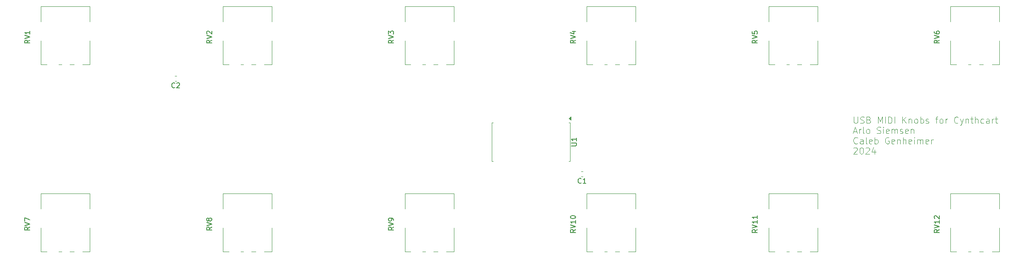
<source format=gbr>
%TF.GenerationSoftware,KiCad,Pcbnew,8.0.1*%
%TF.CreationDate,2024-06-25T20:54:33-05:00*%
%TF.ProjectId,nobs,6e6f6273-2e6b-4696-9361-645f70636258,rev?*%
%TF.SameCoordinates,Original*%
%TF.FileFunction,Legend,Top*%
%TF.FilePolarity,Positive*%
%FSLAX46Y46*%
G04 Gerber Fmt 4.6, Leading zero omitted, Abs format (unit mm)*
G04 Created by KiCad (PCBNEW 8.0.1) date 2024-06-25 20:54:33*
%MOMM*%
%LPD*%
G01*
G04 APERTURE LIST*
%ADD10C,0.101600*%
%ADD11C,0.150000*%
%ADD12C,0.120000*%
G04 APERTURE END LIST*
D10*
X218809222Y-53395405D02*
X218809222Y-54423500D01*
X218809222Y-54423500D02*
X218869699Y-54544452D01*
X218869699Y-54544452D02*
X218930175Y-54604929D01*
X218930175Y-54604929D02*
X219051127Y-54665405D01*
X219051127Y-54665405D02*
X219293032Y-54665405D01*
X219293032Y-54665405D02*
X219413984Y-54604929D01*
X219413984Y-54604929D02*
X219474461Y-54544452D01*
X219474461Y-54544452D02*
X219534937Y-54423500D01*
X219534937Y-54423500D02*
X219534937Y-53395405D01*
X220079222Y-54604929D02*
X220260651Y-54665405D01*
X220260651Y-54665405D02*
X220563032Y-54665405D01*
X220563032Y-54665405D02*
X220683984Y-54604929D01*
X220683984Y-54604929D02*
X220744460Y-54544452D01*
X220744460Y-54544452D02*
X220804937Y-54423500D01*
X220804937Y-54423500D02*
X220804937Y-54302548D01*
X220804937Y-54302548D02*
X220744460Y-54181595D01*
X220744460Y-54181595D02*
X220683984Y-54121119D01*
X220683984Y-54121119D02*
X220563032Y-54060643D01*
X220563032Y-54060643D02*
X220321127Y-54000167D01*
X220321127Y-54000167D02*
X220200175Y-53939690D01*
X220200175Y-53939690D02*
X220139698Y-53879214D01*
X220139698Y-53879214D02*
X220079222Y-53758262D01*
X220079222Y-53758262D02*
X220079222Y-53637309D01*
X220079222Y-53637309D02*
X220139698Y-53516357D01*
X220139698Y-53516357D02*
X220200175Y-53455881D01*
X220200175Y-53455881D02*
X220321127Y-53395405D01*
X220321127Y-53395405D02*
X220623508Y-53395405D01*
X220623508Y-53395405D02*
X220804937Y-53455881D01*
X221772556Y-54000167D02*
X221953984Y-54060643D01*
X221953984Y-54060643D02*
X222014461Y-54121119D01*
X222014461Y-54121119D02*
X222074937Y-54242071D01*
X222074937Y-54242071D02*
X222074937Y-54423500D01*
X222074937Y-54423500D02*
X222014461Y-54544452D01*
X222014461Y-54544452D02*
X221953984Y-54604929D01*
X221953984Y-54604929D02*
X221833032Y-54665405D01*
X221833032Y-54665405D02*
X221349222Y-54665405D01*
X221349222Y-54665405D02*
X221349222Y-53395405D01*
X221349222Y-53395405D02*
X221772556Y-53395405D01*
X221772556Y-53395405D02*
X221893508Y-53455881D01*
X221893508Y-53455881D02*
X221953984Y-53516357D01*
X221953984Y-53516357D02*
X222014461Y-53637309D01*
X222014461Y-53637309D02*
X222014461Y-53758262D01*
X222014461Y-53758262D02*
X221953984Y-53879214D01*
X221953984Y-53879214D02*
X221893508Y-53939690D01*
X221893508Y-53939690D02*
X221772556Y-54000167D01*
X221772556Y-54000167D02*
X221349222Y-54000167D01*
X223586841Y-54665405D02*
X223586841Y-53395405D01*
X223586841Y-53395405D02*
X224010175Y-54302548D01*
X224010175Y-54302548D02*
X224433508Y-53395405D01*
X224433508Y-53395405D02*
X224433508Y-54665405D01*
X225038270Y-54665405D02*
X225038270Y-53395405D01*
X225643032Y-54665405D02*
X225643032Y-53395405D01*
X225643032Y-53395405D02*
X225945413Y-53395405D01*
X225945413Y-53395405D02*
X226126842Y-53455881D01*
X226126842Y-53455881D02*
X226247794Y-53576833D01*
X226247794Y-53576833D02*
X226308271Y-53697786D01*
X226308271Y-53697786D02*
X226368747Y-53939690D01*
X226368747Y-53939690D02*
X226368747Y-54121119D01*
X226368747Y-54121119D02*
X226308271Y-54363024D01*
X226308271Y-54363024D02*
X226247794Y-54483976D01*
X226247794Y-54483976D02*
X226126842Y-54604929D01*
X226126842Y-54604929D02*
X225945413Y-54665405D01*
X225945413Y-54665405D02*
X225643032Y-54665405D01*
X226913032Y-54665405D02*
X226913032Y-53395405D01*
X228485413Y-54665405D02*
X228485413Y-53395405D01*
X229211128Y-54665405D02*
X228666842Y-53939690D01*
X229211128Y-53395405D02*
X228485413Y-54121119D01*
X229755413Y-53818738D02*
X229755413Y-54665405D01*
X229755413Y-53939690D02*
X229815890Y-53879214D01*
X229815890Y-53879214D02*
X229936842Y-53818738D01*
X229936842Y-53818738D02*
X230118271Y-53818738D01*
X230118271Y-53818738D02*
X230239223Y-53879214D01*
X230239223Y-53879214D02*
X230299699Y-54000167D01*
X230299699Y-54000167D02*
X230299699Y-54665405D01*
X231085890Y-54665405D02*
X230964938Y-54604929D01*
X230964938Y-54604929D02*
X230904461Y-54544452D01*
X230904461Y-54544452D02*
X230843985Y-54423500D01*
X230843985Y-54423500D02*
X230843985Y-54060643D01*
X230843985Y-54060643D02*
X230904461Y-53939690D01*
X230904461Y-53939690D02*
X230964938Y-53879214D01*
X230964938Y-53879214D02*
X231085890Y-53818738D01*
X231085890Y-53818738D02*
X231267319Y-53818738D01*
X231267319Y-53818738D02*
X231388271Y-53879214D01*
X231388271Y-53879214D02*
X231448747Y-53939690D01*
X231448747Y-53939690D02*
X231509223Y-54060643D01*
X231509223Y-54060643D02*
X231509223Y-54423500D01*
X231509223Y-54423500D02*
X231448747Y-54544452D01*
X231448747Y-54544452D02*
X231388271Y-54604929D01*
X231388271Y-54604929D02*
X231267319Y-54665405D01*
X231267319Y-54665405D02*
X231085890Y-54665405D01*
X232053509Y-54665405D02*
X232053509Y-53395405D01*
X232053509Y-53879214D02*
X232174462Y-53818738D01*
X232174462Y-53818738D02*
X232416367Y-53818738D01*
X232416367Y-53818738D02*
X232537319Y-53879214D01*
X232537319Y-53879214D02*
X232597795Y-53939690D01*
X232597795Y-53939690D02*
X232658271Y-54060643D01*
X232658271Y-54060643D02*
X232658271Y-54423500D01*
X232658271Y-54423500D02*
X232597795Y-54544452D01*
X232597795Y-54544452D02*
X232537319Y-54604929D01*
X232537319Y-54604929D02*
X232416367Y-54665405D01*
X232416367Y-54665405D02*
X232174462Y-54665405D01*
X232174462Y-54665405D02*
X232053509Y-54604929D01*
X233142081Y-54604929D02*
X233263034Y-54665405D01*
X233263034Y-54665405D02*
X233504938Y-54665405D01*
X233504938Y-54665405D02*
X233625891Y-54604929D01*
X233625891Y-54604929D02*
X233686367Y-54483976D01*
X233686367Y-54483976D02*
X233686367Y-54423500D01*
X233686367Y-54423500D02*
X233625891Y-54302548D01*
X233625891Y-54302548D02*
X233504938Y-54242071D01*
X233504938Y-54242071D02*
X233323510Y-54242071D01*
X233323510Y-54242071D02*
X233202557Y-54181595D01*
X233202557Y-54181595D02*
X233142081Y-54060643D01*
X233142081Y-54060643D02*
X233142081Y-54000167D01*
X233142081Y-54000167D02*
X233202557Y-53879214D01*
X233202557Y-53879214D02*
X233323510Y-53818738D01*
X233323510Y-53818738D02*
X233504938Y-53818738D01*
X233504938Y-53818738D02*
X233625891Y-53879214D01*
X235016843Y-53818738D02*
X235500652Y-53818738D01*
X235198271Y-54665405D02*
X235198271Y-53576833D01*
X235198271Y-53576833D02*
X235258748Y-53455881D01*
X235258748Y-53455881D02*
X235379700Y-53395405D01*
X235379700Y-53395405D02*
X235500652Y-53395405D01*
X236105414Y-54665405D02*
X235984462Y-54604929D01*
X235984462Y-54604929D02*
X235923985Y-54544452D01*
X235923985Y-54544452D02*
X235863509Y-54423500D01*
X235863509Y-54423500D02*
X235863509Y-54060643D01*
X235863509Y-54060643D02*
X235923985Y-53939690D01*
X235923985Y-53939690D02*
X235984462Y-53879214D01*
X235984462Y-53879214D02*
X236105414Y-53818738D01*
X236105414Y-53818738D02*
X236286843Y-53818738D01*
X236286843Y-53818738D02*
X236407795Y-53879214D01*
X236407795Y-53879214D02*
X236468271Y-53939690D01*
X236468271Y-53939690D02*
X236528747Y-54060643D01*
X236528747Y-54060643D02*
X236528747Y-54423500D01*
X236528747Y-54423500D02*
X236468271Y-54544452D01*
X236468271Y-54544452D02*
X236407795Y-54604929D01*
X236407795Y-54604929D02*
X236286843Y-54665405D01*
X236286843Y-54665405D02*
X236105414Y-54665405D01*
X237073033Y-54665405D02*
X237073033Y-53818738D01*
X237073033Y-54060643D02*
X237133510Y-53939690D01*
X237133510Y-53939690D02*
X237193986Y-53879214D01*
X237193986Y-53879214D02*
X237314938Y-53818738D01*
X237314938Y-53818738D02*
X237435891Y-53818738D01*
X239552557Y-54544452D02*
X239492081Y-54604929D01*
X239492081Y-54604929D02*
X239310652Y-54665405D01*
X239310652Y-54665405D02*
X239189700Y-54665405D01*
X239189700Y-54665405D02*
X239008271Y-54604929D01*
X239008271Y-54604929D02*
X238887319Y-54483976D01*
X238887319Y-54483976D02*
X238826842Y-54363024D01*
X238826842Y-54363024D02*
X238766366Y-54121119D01*
X238766366Y-54121119D02*
X238766366Y-53939690D01*
X238766366Y-53939690D02*
X238826842Y-53697786D01*
X238826842Y-53697786D02*
X238887319Y-53576833D01*
X238887319Y-53576833D02*
X239008271Y-53455881D01*
X239008271Y-53455881D02*
X239189700Y-53395405D01*
X239189700Y-53395405D02*
X239310652Y-53395405D01*
X239310652Y-53395405D02*
X239492081Y-53455881D01*
X239492081Y-53455881D02*
X239552557Y-53516357D01*
X239975890Y-53818738D02*
X240278271Y-54665405D01*
X240580652Y-53818738D02*
X240278271Y-54665405D01*
X240278271Y-54665405D02*
X240157319Y-54967786D01*
X240157319Y-54967786D02*
X240096842Y-55028262D01*
X240096842Y-55028262D02*
X239975890Y-55088738D01*
X241064461Y-53818738D02*
X241064461Y-54665405D01*
X241064461Y-53939690D02*
X241124938Y-53879214D01*
X241124938Y-53879214D02*
X241245890Y-53818738D01*
X241245890Y-53818738D02*
X241427319Y-53818738D01*
X241427319Y-53818738D02*
X241548271Y-53879214D01*
X241548271Y-53879214D02*
X241608747Y-54000167D01*
X241608747Y-54000167D02*
X241608747Y-54665405D01*
X242032081Y-53818738D02*
X242515890Y-53818738D01*
X242213509Y-53395405D02*
X242213509Y-54483976D01*
X242213509Y-54483976D02*
X242273986Y-54604929D01*
X242273986Y-54604929D02*
X242394938Y-54665405D01*
X242394938Y-54665405D02*
X242515890Y-54665405D01*
X242939223Y-54665405D02*
X242939223Y-53395405D01*
X243483509Y-54665405D02*
X243483509Y-54000167D01*
X243483509Y-54000167D02*
X243423033Y-53879214D01*
X243423033Y-53879214D02*
X243302081Y-53818738D01*
X243302081Y-53818738D02*
X243120652Y-53818738D01*
X243120652Y-53818738D02*
X242999700Y-53879214D01*
X242999700Y-53879214D02*
X242939223Y-53939690D01*
X244632557Y-54604929D02*
X244511605Y-54665405D01*
X244511605Y-54665405D02*
X244269700Y-54665405D01*
X244269700Y-54665405D02*
X244148748Y-54604929D01*
X244148748Y-54604929D02*
X244088271Y-54544452D01*
X244088271Y-54544452D02*
X244027795Y-54423500D01*
X244027795Y-54423500D02*
X244027795Y-54060643D01*
X244027795Y-54060643D02*
X244088271Y-53939690D01*
X244088271Y-53939690D02*
X244148748Y-53879214D01*
X244148748Y-53879214D02*
X244269700Y-53818738D01*
X244269700Y-53818738D02*
X244511605Y-53818738D01*
X244511605Y-53818738D02*
X244632557Y-53879214D01*
X245721128Y-54665405D02*
X245721128Y-54000167D01*
X245721128Y-54000167D02*
X245660652Y-53879214D01*
X245660652Y-53879214D02*
X245539700Y-53818738D01*
X245539700Y-53818738D02*
X245297795Y-53818738D01*
X245297795Y-53818738D02*
X245176842Y-53879214D01*
X245721128Y-54604929D02*
X245600176Y-54665405D01*
X245600176Y-54665405D02*
X245297795Y-54665405D01*
X245297795Y-54665405D02*
X245176842Y-54604929D01*
X245176842Y-54604929D02*
X245116366Y-54483976D01*
X245116366Y-54483976D02*
X245116366Y-54363024D01*
X245116366Y-54363024D02*
X245176842Y-54242071D01*
X245176842Y-54242071D02*
X245297795Y-54181595D01*
X245297795Y-54181595D02*
X245600176Y-54181595D01*
X245600176Y-54181595D02*
X245721128Y-54121119D01*
X246325890Y-54665405D02*
X246325890Y-53818738D01*
X246325890Y-54060643D02*
X246386367Y-53939690D01*
X246386367Y-53939690D02*
X246446843Y-53879214D01*
X246446843Y-53879214D02*
X246567795Y-53818738D01*
X246567795Y-53818738D02*
X246688748Y-53818738D01*
X246930652Y-53818738D02*
X247414461Y-53818738D01*
X247112080Y-53395405D02*
X247112080Y-54483976D01*
X247112080Y-54483976D02*
X247172557Y-54604929D01*
X247172557Y-54604929D02*
X247293509Y-54665405D01*
X247293509Y-54665405D02*
X247414461Y-54665405D01*
X218748746Y-56347177D02*
X219353508Y-56347177D01*
X218627794Y-56710034D02*
X219051127Y-55440034D01*
X219051127Y-55440034D02*
X219474461Y-56710034D01*
X219897793Y-56710034D02*
X219897793Y-55863367D01*
X219897793Y-56105272D02*
X219958270Y-55984319D01*
X219958270Y-55984319D02*
X220018746Y-55923843D01*
X220018746Y-55923843D02*
X220139698Y-55863367D01*
X220139698Y-55863367D02*
X220260651Y-55863367D01*
X220865412Y-56710034D02*
X220744460Y-56649558D01*
X220744460Y-56649558D02*
X220683983Y-56528605D01*
X220683983Y-56528605D02*
X220683983Y-55440034D01*
X221530650Y-56710034D02*
X221409698Y-56649558D01*
X221409698Y-56649558D02*
X221349221Y-56589081D01*
X221349221Y-56589081D02*
X221288745Y-56468129D01*
X221288745Y-56468129D02*
X221288745Y-56105272D01*
X221288745Y-56105272D02*
X221349221Y-55984319D01*
X221349221Y-55984319D02*
X221409698Y-55923843D01*
X221409698Y-55923843D02*
X221530650Y-55863367D01*
X221530650Y-55863367D02*
X221712079Y-55863367D01*
X221712079Y-55863367D02*
X221833031Y-55923843D01*
X221833031Y-55923843D02*
X221893507Y-55984319D01*
X221893507Y-55984319D02*
X221953983Y-56105272D01*
X221953983Y-56105272D02*
X221953983Y-56468129D01*
X221953983Y-56468129D02*
X221893507Y-56589081D01*
X221893507Y-56589081D02*
X221833031Y-56649558D01*
X221833031Y-56649558D02*
X221712079Y-56710034D01*
X221712079Y-56710034D02*
X221530650Y-56710034D01*
X223405412Y-56649558D02*
X223586841Y-56710034D01*
X223586841Y-56710034D02*
X223889222Y-56710034D01*
X223889222Y-56710034D02*
X224010174Y-56649558D01*
X224010174Y-56649558D02*
X224070650Y-56589081D01*
X224070650Y-56589081D02*
X224131127Y-56468129D01*
X224131127Y-56468129D02*
X224131127Y-56347177D01*
X224131127Y-56347177D02*
X224070650Y-56226224D01*
X224070650Y-56226224D02*
X224010174Y-56165748D01*
X224010174Y-56165748D02*
X223889222Y-56105272D01*
X223889222Y-56105272D02*
X223647317Y-56044796D01*
X223647317Y-56044796D02*
X223526365Y-55984319D01*
X223526365Y-55984319D02*
X223465888Y-55923843D01*
X223465888Y-55923843D02*
X223405412Y-55802891D01*
X223405412Y-55802891D02*
X223405412Y-55681938D01*
X223405412Y-55681938D02*
X223465888Y-55560986D01*
X223465888Y-55560986D02*
X223526365Y-55500510D01*
X223526365Y-55500510D02*
X223647317Y-55440034D01*
X223647317Y-55440034D02*
X223949698Y-55440034D01*
X223949698Y-55440034D02*
X224131127Y-55500510D01*
X224675412Y-56710034D02*
X224675412Y-55863367D01*
X224675412Y-55440034D02*
X224614936Y-55500510D01*
X224614936Y-55500510D02*
X224675412Y-55560986D01*
X224675412Y-55560986D02*
X224735889Y-55500510D01*
X224735889Y-55500510D02*
X224675412Y-55440034D01*
X224675412Y-55440034D02*
X224675412Y-55560986D01*
X225763984Y-56649558D02*
X225643032Y-56710034D01*
X225643032Y-56710034D02*
X225401127Y-56710034D01*
X225401127Y-56710034D02*
X225280174Y-56649558D01*
X225280174Y-56649558D02*
X225219698Y-56528605D01*
X225219698Y-56528605D02*
X225219698Y-56044796D01*
X225219698Y-56044796D02*
X225280174Y-55923843D01*
X225280174Y-55923843D02*
X225401127Y-55863367D01*
X225401127Y-55863367D02*
X225643032Y-55863367D01*
X225643032Y-55863367D02*
X225763984Y-55923843D01*
X225763984Y-55923843D02*
X225824460Y-56044796D01*
X225824460Y-56044796D02*
X225824460Y-56165748D01*
X225824460Y-56165748D02*
X225219698Y-56286700D01*
X226368745Y-56710034D02*
X226368745Y-55863367D01*
X226368745Y-55984319D02*
X226429222Y-55923843D01*
X226429222Y-55923843D02*
X226550174Y-55863367D01*
X226550174Y-55863367D02*
X226731603Y-55863367D01*
X226731603Y-55863367D02*
X226852555Y-55923843D01*
X226852555Y-55923843D02*
X226913031Y-56044796D01*
X226913031Y-56044796D02*
X226913031Y-56710034D01*
X226913031Y-56044796D02*
X226973507Y-55923843D01*
X226973507Y-55923843D02*
X227094460Y-55863367D01*
X227094460Y-55863367D02*
X227275888Y-55863367D01*
X227275888Y-55863367D02*
X227396841Y-55923843D01*
X227396841Y-55923843D02*
X227457317Y-56044796D01*
X227457317Y-56044796D02*
X227457317Y-56710034D01*
X228001602Y-56649558D02*
X228122555Y-56710034D01*
X228122555Y-56710034D02*
X228364459Y-56710034D01*
X228364459Y-56710034D02*
X228485412Y-56649558D01*
X228485412Y-56649558D02*
X228545888Y-56528605D01*
X228545888Y-56528605D02*
X228545888Y-56468129D01*
X228545888Y-56468129D02*
X228485412Y-56347177D01*
X228485412Y-56347177D02*
X228364459Y-56286700D01*
X228364459Y-56286700D02*
X228183031Y-56286700D01*
X228183031Y-56286700D02*
X228062078Y-56226224D01*
X228062078Y-56226224D02*
X228001602Y-56105272D01*
X228001602Y-56105272D02*
X228001602Y-56044796D01*
X228001602Y-56044796D02*
X228062078Y-55923843D01*
X228062078Y-55923843D02*
X228183031Y-55863367D01*
X228183031Y-55863367D02*
X228364459Y-55863367D01*
X228364459Y-55863367D02*
X228485412Y-55923843D01*
X229573983Y-56649558D02*
X229453031Y-56710034D01*
X229453031Y-56710034D02*
X229211126Y-56710034D01*
X229211126Y-56710034D02*
X229090173Y-56649558D01*
X229090173Y-56649558D02*
X229029697Y-56528605D01*
X229029697Y-56528605D02*
X229029697Y-56044796D01*
X229029697Y-56044796D02*
X229090173Y-55923843D01*
X229090173Y-55923843D02*
X229211126Y-55863367D01*
X229211126Y-55863367D02*
X229453031Y-55863367D01*
X229453031Y-55863367D02*
X229573983Y-55923843D01*
X229573983Y-55923843D02*
X229634459Y-56044796D01*
X229634459Y-56044796D02*
X229634459Y-56165748D01*
X229634459Y-56165748D02*
X229029697Y-56286700D01*
X230178744Y-55863367D02*
X230178744Y-56710034D01*
X230178744Y-55984319D02*
X230239221Y-55923843D01*
X230239221Y-55923843D02*
X230360173Y-55863367D01*
X230360173Y-55863367D02*
X230541602Y-55863367D01*
X230541602Y-55863367D02*
X230662554Y-55923843D01*
X230662554Y-55923843D02*
X230723030Y-56044796D01*
X230723030Y-56044796D02*
X230723030Y-56710034D01*
X219534937Y-58633710D02*
X219474461Y-58694187D01*
X219474461Y-58694187D02*
X219293032Y-58754663D01*
X219293032Y-58754663D02*
X219172080Y-58754663D01*
X219172080Y-58754663D02*
X218990651Y-58694187D01*
X218990651Y-58694187D02*
X218869699Y-58573234D01*
X218869699Y-58573234D02*
X218809222Y-58452282D01*
X218809222Y-58452282D02*
X218748746Y-58210377D01*
X218748746Y-58210377D02*
X218748746Y-58028948D01*
X218748746Y-58028948D02*
X218809222Y-57787044D01*
X218809222Y-57787044D02*
X218869699Y-57666091D01*
X218869699Y-57666091D02*
X218990651Y-57545139D01*
X218990651Y-57545139D02*
X219172080Y-57484663D01*
X219172080Y-57484663D02*
X219293032Y-57484663D01*
X219293032Y-57484663D02*
X219474461Y-57545139D01*
X219474461Y-57545139D02*
X219534937Y-57605615D01*
X220623508Y-58754663D02*
X220623508Y-58089425D01*
X220623508Y-58089425D02*
X220563032Y-57968472D01*
X220563032Y-57968472D02*
X220442080Y-57907996D01*
X220442080Y-57907996D02*
X220200175Y-57907996D01*
X220200175Y-57907996D02*
X220079222Y-57968472D01*
X220623508Y-58694187D02*
X220502556Y-58754663D01*
X220502556Y-58754663D02*
X220200175Y-58754663D01*
X220200175Y-58754663D02*
X220079222Y-58694187D01*
X220079222Y-58694187D02*
X220018746Y-58573234D01*
X220018746Y-58573234D02*
X220018746Y-58452282D01*
X220018746Y-58452282D02*
X220079222Y-58331329D01*
X220079222Y-58331329D02*
X220200175Y-58270853D01*
X220200175Y-58270853D02*
X220502556Y-58270853D01*
X220502556Y-58270853D02*
X220623508Y-58210377D01*
X221409699Y-58754663D02*
X221288747Y-58694187D01*
X221288747Y-58694187D02*
X221228270Y-58573234D01*
X221228270Y-58573234D02*
X221228270Y-57484663D01*
X222377318Y-58694187D02*
X222256366Y-58754663D01*
X222256366Y-58754663D02*
X222014461Y-58754663D01*
X222014461Y-58754663D02*
X221893508Y-58694187D01*
X221893508Y-58694187D02*
X221833032Y-58573234D01*
X221833032Y-58573234D02*
X221833032Y-58089425D01*
X221833032Y-58089425D02*
X221893508Y-57968472D01*
X221893508Y-57968472D02*
X222014461Y-57907996D01*
X222014461Y-57907996D02*
X222256366Y-57907996D01*
X222256366Y-57907996D02*
X222377318Y-57968472D01*
X222377318Y-57968472D02*
X222437794Y-58089425D01*
X222437794Y-58089425D02*
X222437794Y-58210377D01*
X222437794Y-58210377D02*
X221833032Y-58331329D01*
X222982079Y-58754663D02*
X222982079Y-57484663D01*
X222982079Y-57968472D02*
X223103032Y-57907996D01*
X223103032Y-57907996D02*
X223344937Y-57907996D01*
X223344937Y-57907996D02*
X223465889Y-57968472D01*
X223465889Y-57968472D02*
X223526365Y-58028948D01*
X223526365Y-58028948D02*
X223586841Y-58149901D01*
X223586841Y-58149901D02*
X223586841Y-58512758D01*
X223586841Y-58512758D02*
X223526365Y-58633710D01*
X223526365Y-58633710D02*
X223465889Y-58694187D01*
X223465889Y-58694187D02*
X223344937Y-58754663D01*
X223344937Y-58754663D02*
X223103032Y-58754663D01*
X223103032Y-58754663D02*
X222982079Y-58694187D01*
X225763985Y-57545139D02*
X225643032Y-57484663D01*
X225643032Y-57484663D02*
X225461604Y-57484663D01*
X225461604Y-57484663D02*
X225280175Y-57545139D01*
X225280175Y-57545139D02*
X225159223Y-57666091D01*
X225159223Y-57666091D02*
X225098746Y-57787044D01*
X225098746Y-57787044D02*
X225038270Y-58028948D01*
X225038270Y-58028948D02*
X225038270Y-58210377D01*
X225038270Y-58210377D02*
X225098746Y-58452282D01*
X225098746Y-58452282D02*
X225159223Y-58573234D01*
X225159223Y-58573234D02*
X225280175Y-58694187D01*
X225280175Y-58694187D02*
X225461604Y-58754663D01*
X225461604Y-58754663D02*
X225582556Y-58754663D01*
X225582556Y-58754663D02*
X225763985Y-58694187D01*
X225763985Y-58694187D02*
X225824461Y-58633710D01*
X225824461Y-58633710D02*
X225824461Y-58210377D01*
X225824461Y-58210377D02*
X225582556Y-58210377D01*
X226852556Y-58694187D02*
X226731604Y-58754663D01*
X226731604Y-58754663D02*
X226489699Y-58754663D01*
X226489699Y-58754663D02*
X226368746Y-58694187D01*
X226368746Y-58694187D02*
X226308270Y-58573234D01*
X226308270Y-58573234D02*
X226308270Y-58089425D01*
X226308270Y-58089425D02*
X226368746Y-57968472D01*
X226368746Y-57968472D02*
X226489699Y-57907996D01*
X226489699Y-57907996D02*
X226731604Y-57907996D01*
X226731604Y-57907996D02*
X226852556Y-57968472D01*
X226852556Y-57968472D02*
X226913032Y-58089425D01*
X226913032Y-58089425D02*
X226913032Y-58210377D01*
X226913032Y-58210377D02*
X226308270Y-58331329D01*
X227457317Y-57907996D02*
X227457317Y-58754663D01*
X227457317Y-58028948D02*
X227517794Y-57968472D01*
X227517794Y-57968472D02*
X227638746Y-57907996D01*
X227638746Y-57907996D02*
X227820175Y-57907996D01*
X227820175Y-57907996D02*
X227941127Y-57968472D01*
X227941127Y-57968472D02*
X228001603Y-58089425D01*
X228001603Y-58089425D02*
X228001603Y-58754663D01*
X228606365Y-58754663D02*
X228606365Y-57484663D01*
X229150651Y-58754663D02*
X229150651Y-58089425D01*
X229150651Y-58089425D02*
X229090175Y-57968472D01*
X229090175Y-57968472D02*
X228969223Y-57907996D01*
X228969223Y-57907996D02*
X228787794Y-57907996D01*
X228787794Y-57907996D02*
X228666842Y-57968472D01*
X228666842Y-57968472D02*
X228606365Y-58028948D01*
X230239223Y-58694187D02*
X230118271Y-58754663D01*
X230118271Y-58754663D02*
X229876366Y-58754663D01*
X229876366Y-58754663D02*
X229755413Y-58694187D01*
X229755413Y-58694187D02*
X229694937Y-58573234D01*
X229694937Y-58573234D02*
X229694937Y-58089425D01*
X229694937Y-58089425D02*
X229755413Y-57968472D01*
X229755413Y-57968472D02*
X229876366Y-57907996D01*
X229876366Y-57907996D02*
X230118271Y-57907996D01*
X230118271Y-57907996D02*
X230239223Y-57968472D01*
X230239223Y-57968472D02*
X230299699Y-58089425D01*
X230299699Y-58089425D02*
X230299699Y-58210377D01*
X230299699Y-58210377D02*
X229694937Y-58331329D01*
X230843984Y-58754663D02*
X230843984Y-57907996D01*
X230843984Y-57484663D02*
X230783508Y-57545139D01*
X230783508Y-57545139D02*
X230843984Y-57605615D01*
X230843984Y-57605615D02*
X230904461Y-57545139D01*
X230904461Y-57545139D02*
X230843984Y-57484663D01*
X230843984Y-57484663D02*
X230843984Y-57605615D01*
X231448746Y-58754663D02*
X231448746Y-57907996D01*
X231448746Y-58028948D02*
X231509223Y-57968472D01*
X231509223Y-57968472D02*
X231630175Y-57907996D01*
X231630175Y-57907996D02*
X231811604Y-57907996D01*
X231811604Y-57907996D02*
X231932556Y-57968472D01*
X231932556Y-57968472D02*
X231993032Y-58089425D01*
X231993032Y-58089425D02*
X231993032Y-58754663D01*
X231993032Y-58089425D02*
X232053508Y-57968472D01*
X232053508Y-57968472D02*
X232174461Y-57907996D01*
X232174461Y-57907996D02*
X232355889Y-57907996D01*
X232355889Y-57907996D02*
X232476842Y-57968472D01*
X232476842Y-57968472D02*
X232537318Y-58089425D01*
X232537318Y-58089425D02*
X232537318Y-58754663D01*
X233625889Y-58694187D02*
X233504937Y-58754663D01*
X233504937Y-58754663D02*
X233263032Y-58754663D01*
X233263032Y-58754663D02*
X233142079Y-58694187D01*
X233142079Y-58694187D02*
X233081603Y-58573234D01*
X233081603Y-58573234D02*
X233081603Y-58089425D01*
X233081603Y-58089425D02*
X233142079Y-57968472D01*
X233142079Y-57968472D02*
X233263032Y-57907996D01*
X233263032Y-57907996D02*
X233504937Y-57907996D01*
X233504937Y-57907996D02*
X233625889Y-57968472D01*
X233625889Y-57968472D02*
X233686365Y-58089425D01*
X233686365Y-58089425D02*
X233686365Y-58210377D01*
X233686365Y-58210377D02*
X233081603Y-58331329D01*
X234230650Y-58754663D02*
X234230650Y-57907996D01*
X234230650Y-58149901D02*
X234291127Y-58028948D01*
X234291127Y-58028948D02*
X234351603Y-57968472D01*
X234351603Y-57968472D02*
X234472555Y-57907996D01*
X234472555Y-57907996D02*
X234593508Y-57907996D01*
X218748746Y-59650244D02*
X218809222Y-59589768D01*
X218809222Y-59589768D02*
X218930175Y-59529292D01*
X218930175Y-59529292D02*
X219232556Y-59529292D01*
X219232556Y-59529292D02*
X219353508Y-59589768D01*
X219353508Y-59589768D02*
X219413984Y-59650244D01*
X219413984Y-59650244D02*
X219474461Y-59771196D01*
X219474461Y-59771196D02*
X219474461Y-59892149D01*
X219474461Y-59892149D02*
X219413984Y-60073577D01*
X219413984Y-60073577D02*
X218688270Y-60799292D01*
X218688270Y-60799292D02*
X219474461Y-60799292D01*
X220260651Y-59529292D02*
X220381604Y-59529292D01*
X220381604Y-59529292D02*
X220502556Y-59589768D01*
X220502556Y-59589768D02*
X220563032Y-59650244D01*
X220563032Y-59650244D02*
X220623508Y-59771196D01*
X220623508Y-59771196D02*
X220683985Y-60013101D01*
X220683985Y-60013101D02*
X220683985Y-60315482D01*
X220683985Y-60315482D02*
X220623508Y-60557387D01*
X220623508Y-60557387D02*
X220563032Y-60678339D01*
X220563032Y-60678339D02*
X220502556Y-60738816D01*
X220502556Y-60738816D02*
X220381604Y-60799292D01*
X220381604Y-60799292D02*
X220260651Y-60799292D01*
X220260651Y-60799292D02*
X220139699Y-60738816D01*
X220139699Y-60738816D02*
X220079223Y-60678339D01*
X220079223Y-60678339D02*
X220018746Y-60557387D01*
X220018746Y-60557387D02*
X219958270Y-60315482D01*
X219958270Y-60315482D02*
X219958270Y-60013101D01*
X219958270Y-60013101D02*
X220018746Y-59771196D01*
X220018746Y-59771196D02*
X220079223Y-59650244D01*
X220079223Y-59650244D02*
X220139699Y-59589768D01*
X220139699Y-59589768D02*
X220260651Y-59529292D01*
X221167794Y-59650244D02*
X221228270Y-59589768D01*
X221228270Y-59589768D02*
X221349223Y-59529292D01*
X221349223Y-59529292D02*
X221651604Y-59529292D01*
X221651604Y-59529292D02*
X221772556Y-59589768D01*
X221772556Y-59589768D02*
X221833032Y-59650244D01*
X221833032Y-59650244D02*
X221893509Y-59771196D01*
X221893509Y-59771196D02*
X221893509Y-59892149D01*
X221893509Y-59892149D02*
X221833032Y-60073577D01*
X221833032Y-60073577D02*
X221107318Y-60799292D01*
X221107318Y-60799292D02*
X221893509Y-60799292D01*
X222982080Y-59952625D02*
X222982080Y-60799292D01*
X222679699Y-59468816D02*
X222377318Y-60375958D01*
X222377318Y-60375958D02*
X223163509Y-60375958D01*
D11*
X162614819Y-59181904D02*
X163424342Y-59181904D01*
X163424342Y-59181904D02*
X163519580Y-59134285D01*
X163519580Y-59134285D02*
X163567200Y-59086666D01*
X163567200Y-59086666D02*
X163614819Y-58991428D01*
X163614819Y-58991428D02*
X163614819Y-58800952D01*
X163614819Y-58800952D02*
X163567200Y-58705714D01*
X163567200Y-58705714D02*
X163519580Y-58658095D01*
X163519580Y-58658095D02*
X163424342Y-58610476D01*
X163424342Y-58610476D02*
X162614819Y-58610476D01*
X163614819Y-57610476D02*
X163614819Y-58181904D01*
X163614819Y-57896190D02*
X162614819Y-57896190D01*
X162614819Y-57896190D02*
X162757676Y-57991428D01*
X162757676Y-57991428D02*
X162852914Y-58086666D01*
X162852914Y-58086666D02*
X162900533Y-58181904D01*
X235794819Y-75881428D02*
X235318628Y-76214761D01*
X235794819Y-76452856D02*
X234794819Y-76452856D01*
X234794819Y-76452856D02*
X234794819Y-76071904D01*
X234794819Y-76071904D02*
X234842438Y-75976666D01*
X234842438Y-75976666D02*
X234890057Y-75929047D01*
X234890057Y-75929047D02*
X234985295Y-75881428D01*
X234985295Y-75881428D02*
X235128152Y-75881428D01*
X235128152Y-75881428D02*
X235223390Y-75929047D01*
X235223390Y-75929047D02*
X235271009Y-75976666D01*
X235271009Y-75976666D02*
X235318628Y-76071904D01*
X235318628Y-76071904D02*
X235318628Y-76452856D01*
X234794819Y-75595713D02*
X235794819Y-75262380D01*
X235794819Y-75262380D02*
X234794819Y-74929047D01*
X235794819Y-74071904D02*
X235794819Y-74643332D01*
X235794819Y-74357618D02*
X234794819Y-74357618D01*
X234794819Y-74357618D02*
X234937676Y-74452856D01*
X234937676Y-74452856D02*
X235032914Y-74548094D01*
X235032914Y-74548094D02*
X235080533Y-74643332D01*
X234890057Y-73690951D02*
X234842438Y-73643332D01*
X234842438Y-73643332D02*
X234794819Y-73548094D01*
X234794819Y-73548094D02*
X234794819Y-73309999D01*
X234794819Y-73309999D02*
X234842438Y-73214761D01*
X234842438Y-73214761D02*
X234890057Y-73167142D01*
X234890057Y-73167142D02*
X234985295Y-73119523D01*
X234985295Y-73119523D02*
X235080533Y-73119523D01*
X235080533Y-73119523D02*
X235223390Y-73167142D01*
X235223390Y-73167142D02*
X235794819Y-73738570D01*
X235794819Y-73738570D02*
X235794819Y-73119523D01*
X199594819Y-75881428D02*
X199118628Y-76214761D01*
X199594819Y-76452856D02*
X198594819Y-76452856D01*
X198594819Y-76452856D02*
X198594819Y-76071904D01*
X198594819Y-76071904D02*
X198642438Y-75976666D01*
X198642438Y-75976666D02*
X198690057Y-75929047D01*
X198690057Y-75929047D02*
X198785295Y-75881428D01*
X198785295Y-75881428D02*
X198928152Y-75881428D01*
X198928152Y-75881428D02*
X199023390Y-75929047D01*
X199023390Y-75929047D02*
X199071009Y-75976666D01*
X199071009Y-75976666D02*
X199118628Y-76071904D01*
X199118628Y-76071904D02*
X199118628Y-76452856D01*
X198594819Y-75595713D02*
X199594819Y-75262380D01*
X199594819Y-75262380D02*
X198594819Y-74929047D01*
X199594819Y-74071904D02*
X199594819Y-74643332D01*
X199594819Y-74357618D02*
X198594819Y-74357618D01*
X198594819Y-74357618D02*
X198737676Y-74452856D01*
X198737676Y-74452856D02*
X198832914Y-74548094D01*
X198832914Y-74548094D02*
X198880533Y-74643332D01*
X199594819Y-73119523D02*
X199594819Y-73690951D01*
X199594819Y-73405237D02*
X198594819Y-73405237D01*
X198594819Y-73405237D02*
X198737676Y-73500475D01*
X198737676Y-73500475D02*
X198832914Y-73595713D01*
X198832914Y-73595713D02*
X198880533Y-73690951D01*
X163394819Y-75881428D02*
X162918628Y-76214761D01*
X163394819Y-76452856D02*
X162394819Y-76452856D01*
X162394819Y-76452856D02*
X162394819Y-76071904D01*
X162394819Y-76071904D02*
X162442438Y-75976666D01*
X162442438Y-75976666D02*
X162490057Y-75929047D01*
X162490057Y-75929047D02*
X162585295Y-75881428D01*
X162585295Y-75881428D02*
X162728152Y-75881428D01*
X162728152Y-75881428D02*
X162823390Y-75929047D01*
X162823390Y-75929047D02*
X162871009Y-75976666D01*
X162871009Y-75976666D02*
X162918628Y-76071904D01*
X162918628Y-76071904D02*
X162918628Y-76452856D01*
X162394819Y-75595713D02*
X163394819Y-75262380D01*
X163394819Y-75262380D02*
X162394819Y-74929047D01*
X163394819Y-74071904D02*
X163394819Y-74643332D01*
X163394819Y-74357618D02*
X162394819Y-74357618D01*
X162394819Y-74357618D02*
X162537676Y-74452856D01*
X162537676Y-74452856D02*
X162632914Y-74548094D01*
X162632914Y-74548094D02*
X162680533Y-74643332D01*
X162394819Y-73452856D02*
X162394819Y-73357618D01*
X162394819Y-73357618D02*
X162442438Y-73262380D01*
X162442438Y-73262380D02*
X162490057Y-73214761D01*
X162490057Y-73214761D02*
X162585295Y-73167142D01*
X162585295Y-73167142D02*
X162775771Y-73119523D01*
X162775771Y-73119523D02*
X163013866Y-73119523D01*
X163013866Y-73119523D02*
X163204342Y-73167142D01*
X163204342Y-73167142D02*
X163299580Y-73214761D01*
X163299580Y-73214761D02*
X163347200Y-73262380D01*
X163347200Y-73262380D02*
X163394819Y-73357618D01*
X163394819Y-73357618D02*
X163394819Y-73452856D01*
X163394819Y-73452856D02*
X163347200Y-73548094D01*
X163347200Y-73548094D02*
X163299580Y-73595713D01*
X163299580Y-73595713D02*
X163204342Y-73643332D01*
X163204342Y-73643332D02*
X163013866Y-73690951D01*
X163013866Y-73690951D02*
X162775771Y-73690951D01*
X162775771Y-73690951D02*
X162585295Y-73643332D01*
X162585295Y-73643332D02*
X162490057Y-73595713D01*
X162490057Y-73595713D02*
X162442438Y-73548094D01*
X162442438Y-73548094D02*
X162394819Y-73452856D01*
X127194819Y-75405238D02*
X126718628Y-75738571D01*
X127194819Y-75976666D02*
X126194819Y-75976666D01*
X126194819Y-75976666D02*
X126194819Y-75595714D01*
X126194819Y-75595714D02*
X126242438Y-75500476D01*
X126242438Y-75500476D02*
X126290057Y-75452857D01*
X126290057Y-75452857D02*
X126385295Y-75405238D01*
X126385295Y-75405238D02*
X126528152Y-75405238D01*
X126528152Y-75405238D02*
X126623390Y-75452857D01*
X126623390Y-75452857D02*
X126671009Y-75500476D01*
X126671009Y-75500476D02*
X126718628Y-75595714D01*
X126718628Y-75595714D02*
X126718628Y-75976666D01*
X126194819Y-75119523D02*
X127194819Y-74786190D01*
X127194819Y-74786190D02*
X126194819Y-74452857D01*
X127194819Y-74071904D02*
X127194819Y-73881428D01*
X127194819Y-73881428D02*
X127147200Y-73786190D01*
X127147200Y-73786190D02*
X127099580Y-73738571D01*
X127099580Y-73738571D02*
X126956723Y-73643333D01*
X126956723Y-73643333D02*
X126766247Y-73595714D01*
X126766247Y-73595714D02*
X126385295Y-73595714D01*
X126385295Y-73595714D02*
X126290057Y-73643333D01*
X126290057Y-73643333D02*
X126242438Y-73690952D01*
X126242438Y-73690952D02*
X126194819Y-73786190D01*
X126194819Y-73786190D02*
X126194819Y-73976666D01*
X126194819Y-73976666D02*
X126242438Y-74071904D01*
X126242438Y-74071904D02*
X126290057Y-74119523D01*
X126290057Y-74119523D02*
X126385295Y-74167142D01*
X126385295Y-74167142D02*
X126623390Y-74167142D01*
X126623390Y-74167142D02*
X126718628Y-74119523D01*
X126718628Y-74119523D02*
X126766247Y-74071904D01*
X126766247Y-74071904D02*
X126813866Y-73976666D01*
X126813866Y-73976666D02*
X126813866Y-73786190D01*
X126813866Y-73786190D02*
X126766247Y-73690952D01*
X126766247Y-73690952D02*
X126718628Y-73643333D01*
X126718628Y-73643333D02*
X126623390Y-73595714D01*
X90994819Y-75405238D02*
X90518628Y-75738571D01*
X90994819Y-75976666D02*
X89994819Y-75976666D01*
X89994819Y-75976666D02*
X89994819Y-75595714D01*
X89994819Y-75595714D02*
X90042438Y-75500476D01*
X90042438Y-75500476D02*
X90090057Y-75452857D01*
X90090057Y-75452857D02*
X90185295Y-75405238D01*
X90185295Y-75405238D02*
X90328152Y-75405238D01*
X90328152Y-75405238D02*
X90423390Y-75452857D01*
X90423390Y-75452857D02*
X90471009Y-75500476D01*
X90471009Y-75500476D02*
X90518628Y-75595714D01*
X90518628Y-75595714D02*
X90518628Y-75976666D01*
X89994819Y-75119523D02*
X90994819Y-74786190D01*
X90994819Y-74786190D02*
X89994819Y-74452857D01*
X90423390Y-73976666D02*
X90375771Y-74071904D01*
X90375771Y-74071904D02*
X90328152Y-74119523D01*
X90328152Y-74119523D02*
X90232914Y-74167142D01*
X90232914Y-74167142D02*
X90185295Y-74167142D01*
X90185295Y-74167142D02*
X90090057Y-74119523D01*
X90090057Y-74119523D02*
X90042438Y-74071904D01*
X90042438Y-74071904D02*
X89994819Y-73976666D01*
X89994819Y-73976666D02*
X89994819Y-73786190D01*
X89994819Y-73786190D02*
X90042438Y-73690952D01*
X90042438Y-73690952D02*
X90090057Y-73643333D01*
X90090057Y-73643333D02*
X90185295Y-73595714D01*
X90185295Y-73595714D02*
X90232914Y-73595714D01*
X90232914Y-73595714D02*
X90328152Y-73643333D01*
X90328152Y-73643333D02*
X90375771Y-73690952D01*
X90375771Y-73690952D02*
X90423390Y-73786190D01*
X90423390Y-73786190D02*
X90423390Y-73976666D01*
X90423390Y-73976666D02*
X90471009Y-74071904D01*
X90471009Y-74071904D02*
X90518628Y-74119523D01*
X90518628Y-74119523D02*
X90613866Y-74167142D01*
X90613866Y-74167142D02*
X90804342Y-74167142D01*
X90804342Y-74167142D02*
X90899580Y-74119523D01*
X90899580Y-74119523D02*
X90947200Y-74071904D01*
X90947200Y-74071904D02*
X90994819Y-73976666D01*
X90994819Y-73976666D02*
X90994819Y-73786190D01*
X90994819Y-73786190D02*
X90947200Y-73690952D01*
X90947200Y-73690952D02*
X90899580Y-73643333D01*
X90899580Y-73643333D02*
X90804342Y-73595714D01*
X90804342Y-73595714D02*
X90613866Y-73595714D01*
X90613866Y-73595714D02*
X90518628Y-73643333D01*
X90518628Y-73643333D02*
X90471009Y-73690952D01*
X90471009Y-73690952D02*
X90423390Y-73786190D01*
X54794819Y-75405238D02*
X54318628Y-75738571D01*
X54794819Y-75976666D02*
X53794819Y-75976666D01*
X53794819Y-75976666D02*
X53794819Y-75595714D01*
X53794819Y-75595714D02*
X53842438Y-75500476D01*
X53842438Y-75500476D02*
X53890057Y-75452857D01*
X53890057Y-75452857D02*
X53985295Y-75405238D01*
X53985295Y-75405238D02*
X54128152Y-75405238D01*
X54128152Y-75405238D02*
X54223390Y-75452857D01*
X54223390Y-75452857D02*
X54271009Y-75500476D01*
X54271009Y-75500476D02*
X54318628Y-75595714D01*
X54318628Y-75595714D02*
X54318628Y-75976666D01*
X53794819Y-75119523D02*
X54794819Y-74786190D01*
X54794819Y-74786190D02*
X53794819Y-74452857D01*
X53794819Y-74214761D02*
X53794819Y-73548095D01*
X53794819Y-73548095D02*
X54794819Y-73976666D01*
X235794819Y-38090238D02*
X235318628Y-38423571D01*
X235794819Y-38661666D02*
X234794819Y-38661666D01*
X234794819Y-38661666D02*
X234794819Y-38280714D01*
X234794819Y-38280714D02*
X234842438Y-38185476D01*
X234842438Y-38185476D02*
X234890057Y-38137857D01*
X234890057Y-38137857D02*
X234985295Y-38090238D01*
X234985295Y-38090238D02*
X235128152Y-38090238D01*
X235128152Y-38090238D02*
X235223390Y-38137857D01*
X235223390Y-38137857D02*
X235271009Y-38185476D01*
X235271009Y-38185476D02*
X235318628Y-38280714D01*
X235318628Y-38280714D02*
X235318628Y-38661666D01*
X234794819Y-37804523D02*
X235794819Y-37471190D01*
X235794819Y-37471190D02*
X234794819Y-37137857D01*
X234794819Y-36375952D02*
X234794819Y-36566428D01*
X234794819Y-36566428D02*
X234842438Y-36661666D01*
X234842438Y-36661666D02*
X234890057Y-36709285D01*
X234890057Y-36709285D02*
X235032914Y-36804523D01*
X235032914Y-36804523D02*
X235223390Y-36852142D01*
X235223390Y-36852142D02*
X235604342Y-36852142D01*
X235604342Y-36852142D02*
X235699580Y-36804523D01*
X235699580Y-36804523D02*
X235747200Y-36756904D01*
X235747200Y-36756904D02*
X235794819Y-36661666D01*
X235794819Y-36661666D02*
X235794819Y-36471190D01*
X235794819Y-36471190D02*
X235747200Y-36375952D01*
X235747200Y-36375952D02*
X235699580Y-36328333D01*
X235699580Y-36328333D02*
X235604342Y-36280714D01*
X235604342Y-36280714D02*
X235366247Y-36280714D01*
X235366247Y-36280714D02*
X235271009Y-36328333D01*
X235271009Y-36328333D02*
X235223390Y-36375952D01*
X235223390Y-36375952D02*
X235175771Y-36471190D01*
X235175771Y-36471190D02*
X235175771Y-36661666D01*
X235175771Y-36661666D02*
X235223390Y-36756904D01*
X235223390Y-36756904D02*
X235271009Y-36804523D01*
X235271009Y-36804523D02*
X235366247Y-36852142D01*
X199594819Y-38090238D02*
X199118628Y-38423571D01*
X199594819Y-38661666D02*
X198594819Y-38661666D01*
X198594819Y-38661666D02*
X198594819Y-38280714D01*
X198594819Y-38280714D02*
X198642438Y-38185476D01*
X198642438Y-38185476D02*
X198690057Y-38137857D01*
X198690057Y-38137857D02*
X198785295Y-38090238D01*
X198785295Y-38090238D02*
X198928152Y-38090238D01*
X198928152Y-38090238D02*
X199023390Y-38137857D01*
X199023390Y-38137857D02*
X199071009Y-38185476D01*
X199071009Y-38185476D02*
X199118628Y-38280714D01*
X199118628Y-38280714D02*
X199118628Y-38661666D01*
X198594819Y-37804523D02*
X199594819Y-37471190D01*
X199594819Y-37471190D02*
X198594819Y-37137857D01*
X198594819Y-36328333D02*
X198594819Y-36804523D01*
X198594819Y-36804523D02*
X199071009Y-36852142D01*
X199071009Y-36852142D02*
X199023390Y-36804523D01*
X199023390Y-36804523D02*
X198975771Y-36709285D01*
X198975771Y-36709285D02*
X198975771Y-36471190D01*
X198975771Y-36471190D02*
X199023390Y-36375952D01*
X199023390Y-36375952D02*
X199071009Y-36328333D01*
X199071009Y-36328333D02*
X199166247Y-36280714D01*
X199166247Y-36280714D02*
X199404342Y-36280714D01*
X199404342Y-36280714D02*
X199499580Y-36328333D01*
X199499580Y-36328333D02*
X199547200Y-36375952D01*
X199547200Y-36375952D02*
X199594819Y-36471190D01*
X199594819Y-36471190D02*
X199594819Y-36709285D01*
X199594819Y-36709285D02*
X199547200Y-36804523D01*
X199547200Y-36804523D02*
X199499580Y-36852142D01*
X163394819Y-38090238D02*
X162918628Y-38423571D01*
X163394819Y-38661666D02*
X162394819Y-38661666D01*
X162394819Y-38661666D02*
X162394819Y-38280714D01*
X162394819Y-38280714D02*
X162442438Y-38185476D01*
X162442438Y-38185476D02*
X162490057Y-38137857D01*
X162490057Y-38137857D02*
X162585295Y-38090238D01*
X162585295Y-38090238D02*
X162728152Y-38090238D01*
X162728152Y-38090238D02*
X162823390Y-38137857D01*
X162823390Y-38137857D02*
X162871009Y-38185476D01*
X162871009Y-38185476D02*
X162918628Y-38280714D01*
X162918628Y-38280714D02*
X162918628Y-38661666D01*
X162394819Y-37804523D02*
X163394819Y-37471190D01*
X163394819Y-37471190D02*
X162394819Y-37137857D01*
X162728152Y-36375952D02*
X163394819Y-36375952D01*
X162347200Y-36614047D02*
X163061485Y-36852142D01*
X163061485Y-36852142D02*
X163061485Y-36233095D01*
X127194819Y-38090238D02*
X126718628Y-38423571D01*
X127194819Y-38661666D02*
X126194819Y-38661666D01*
X126194819Y-38661666D02*
X126194819Y-38280714D01*
X126194819Y-38280714D02*
X126242438Y-38185476D01*
X126242438Y-38185476D02*
X126290057Y-38137857D01*
X126290057Y-38137857D02*
X126385295Y-38090238D01*
X126385295Y-38090238D02*
X126528152Y-38090238D01*
X126528152Y-38090238D02*
X126623390Y-38137857D01*
X126623390Y-38137857D02*
X126671009Y-38185476D01*
X126671009Y-38185476D02*
X126718628Y-38280714D01*
X126718628Y-38280714D02*
X126718628Y-38661666D01*
X126194819Y-37804523D02*
X127194819Y-37471190D01*
X127194819Y-37471190D02*
X126194819Y-37137857D01*
X126194819Y-36899761D02*
X126194819Y-36280714D01*
X126194819Y-36280714D02*
X126575771Y-36614047D01*
X126575771Y-36614047D02*
X126575771Y-36471190D01*
X126575771Y-36471190D02*
X126623390Y-36375952D01*
X126623390Y-36375952D02*
X126671009Y-36328333D01*
X126671009Y-36328333D02*
X126766247Y-36280714D01*
X126766247Y-36280714D02*
X127004342Y-36280714D01*
X127004342Y-36280714D02*
X127099580Y-36328333D01*
X127099580Y-36328333D02*
X127147200Y-36375952D01*
X127147200Y-36375952D02*
X127194819Y-36471190D01*
X127194819Y-36471190D02*
X127194819Y-36756904D01*
X127194819Y-36756904D02*
X127147200Y-36852142D01*
X127147200Y-36852142D02*
X127099580Y-36899761D01*
X90994819Y-38090238D02*
X90518628Y-38423571D01*
X90994819Y-38661666D02*
X89994819Y-38661666D01*
X89994819Y-38661666D02*
X89994819Y-38280714D01*
X89994819Y-38280714D02*
X90042438Y-38185476D01*
X90042438Y-38185476D02*
X90090057Y-38137857D01*
X90090057Y-38137857D02*
X90185295Y-38090238D01*
X90185295Y-38090238D02*
X90328152Y-38090238D01*
X90328152Y-38090238D02*
X90423390Y-38137857D01*
X90423390Y-38137857D02*
X90471009Y-38185476D01*
X90471009Y-38185476D02*
X90518628Y-38280714D01*
X90518628Y-38280714D02*
X90518628Y-38661666D01*
X89994819Y-37804523D02*
X90994819Y-37471190D01*
X90994819Y-37471190D02*
X89994819Y-37137857D01*
X90090057Y-36852142D02*
X90042438Y-36804523D01*
X90042438Y-36804523D02*
X89994819Y-36709285D01*
X89994819Y-36709285D02*
X89994819Y-36471190D01*
X89994819Y-36471190D02*
X90042438Y-36375952D01*
X90042438Y-36375952D02*
X90090057Y-36328333D01*
X90090057Y-36328333D02*
X90185295Y-36280714D01*
X90185295Y-36280714D02*
X90280533Y-36280714D01*
X90280533Y-36280714D02*
X90423390Y-36328333D01*
X90423390Y-36328333D02*
X90994819Y-36899761D01*
X90994819Y-36899761D02*
X90994819Y-36280714D01*
X54794819Y-38090238D02*
X54318628Y-38423571D01*
X54794819Y-38661666D02*
X53794819Y-38661666D01*
X53794819Y-38661666D02*
X53794819Y-38280714D01*
X53794819Y-38280714D02*
X53842438Y-38185476D01*
X53842438Y-38185476D02*
X53890057Y-38137857D01*
X53890057Y-38137857D02*
X53985295Y-38090238D01*
X53985295Y-38090238D02*
X54128152Y-38090238D01*
X54128152Y-38090238D02*
X54223390Y-38137857D01*
X54223390Y-38137857D02*
X54271009Y-38185476D01*
X54271009Y-38185476D02*
X54318628Y-38280714D01*
X54318628Y-38280714D02*
X54318628Y-38661666D01*
X53794819Y-37804523D02*
X54794819Y-37471190D01*
X54794819Y-37471190D02*
X53794819Y-37137857D01*
X54794819Y-36280714D02*
X54794819Y-36852142D01*
X54794819Y-36566428D02*
X53794819Y-36566428D01*
X53794819Y-36566428D02*
X53937676Y-36661666D01*
X53937676Y-36661666D02*
X54032914Y-36756904D01*
X54032914Y-36756904D02*
X54080533Y-36852142D01*
X83653333Y-47509580D02*
X83605714Y-47557200D01*
X83605714Y-47557200D02*
X83462857Y-47604819D01*
X83462857Y-47604819D02*
X83367619Y-47604819D01*
X83367619Y-47604819D02*
X83224762Y-47557200D01*
X83224762Y-47557200D02*
X83129524Y-47461961D01*
X83129524Y-47461961D02*
X83081905Y-47366723D01*
X83081905Y-47366723D02*
X83034286Y-47176247D01*
X83034286Y-47176247D02*
X83034286Y-47033390D01*
X83034286Y-47033390D02*
X83081905Y-46842914D01*
X83081905Y-46842914D02*
X83129524Y-46747676D01*
X83129524Y-46747676D02*
X83224762Y-46652438D01*
X83224762Y-46652438D02*
X83367619Y-46604819D01*
X83367619Y-46604819D02*
X83462857Y-46604819D01*
X83462857Y-46604819D02*
X83605714Y-46652438D01*
X83605714Y-46652438D02*
X83653333Y-46700057D01*
X84034286Y-46700057D02*
X84081905Y-46652438D01*
X84081905Y-46652438D02*
X84177143Y-46604819D01*
X84177143Y-46604819D02*
X84415238Y-46604819D01*
X84415238Y-46604819D02*
X84510476Y-46652438D01*
X84510476Y-46652438D02*
X84558095Y-46700057D01*
X84558095Y-46700057D02*
X84605714Y-46795295D01*
X84605714Y-46795295D02*
X84605714Y-46890533D01*
X84605714Y-46890533D02*
X84558095Y-47033390D01*
X84558095Y-47033390D02*
X83986667Y-47604819D01*
X83986667Y-47604819D02*
X84605714Y-47604819D01*
X164525833Y-66559580D02*
X164478214Y-66607200D01*
X164478214Y-66607200D02*
X164335357Y-66654819D01*
X164335357Y-66654819D02*
X164240119Y-66654819D01*
X164240119Y-66654819D02*
X164097262Y-66607200D01*
X164097262Y-66607200D02*
X164002024Y-66511961D01*
X164002024Y-66511961D02*
X163954405Y-66416723D01*
X163954405Y-66416723D02*
X163906786Y-66226247D01*
X163906786Y-66226247D02*
X163906786Y-66083390D01*
X163906786Y-66083390D02*
X163954405Y-65892914D01*
X163954405Y-65892914D02*
X164002024Y-65797676D01*
X164002024Y-65797676D02*
X164097262Y-65702438D01*
X164097262Y-65702438D02*
X164240119Y-65654819D01*
X164240119Y-65654819D02*
X164335357Y-65654819D01*
X164335357Y-65654819D02*
X164478214Y-65702438D01*
X164478214Y-65702438D02*
X164525833Y-65750057D01*
X165478214Y-66654819D02*
X164906786Y-66654819D01*
X165192500Y-66654819D02*
X165192500Y-65654819D01*
X165192500Y-65654819D02*
X165097262Y-65797676D01*
X165097262Y-65797676D02*
X165002024Y-65892914D01*
X165002024Y-65892914D02*
X164906786Y-65940533D01*
D12*
%TO.C,U1*%
X162320000Y-54560000D02*
X162055000Y-54560000D01*
X146700000Y-54560000D02*
X146965000Y-54560000D01*
X162320000Y-58420000D02*
X162320000Y-54560000D01*
X162320000Y-58420000D02*
X162320000Y-62280000D01*
X146700000Y-58420000D02*
X146700000Y-54560000D01*
X146700000Y-58420000D02*
X146700000Y-62280000D01*
X162320000Y-62280000D02*
X162055000Y-62280000D01*
X146700000Y-62280000D02*
X146965000Y-62280000D01*
X162525000Y-54047500D02*
X162055000Y-53707500D01*
X162525000Y-53367500D01*
X162525000Y-54047500D01*
G36*
X162525000Y-54047500D02*
G01*
X162055000Y-53707500D01*
X162525000Y-53367500D01*
X162525000Y-54047500D01*
G37*
%TO.C,RV12*%
X238030000Y-80280000D02*
X238030000Y-75560000D01*
X239210000Y-80280000D02*
X238030000Y-80280000D01*
X242110000Y-80280000D02*
X241580000Y-80280000D01*
X244560000Y-80280000D02*
X243730000Y-80280000D01*
X247770000Y-80280000D02*
X246280000Y-80280000D01*
X247770000Y-80280000D02*
X247770000Y-75560000D01*
X238030000Y-71750000D02*
X238030000Y-68690000D01*
X247770000Y-71750000D02*
X247770000Y-68690000D01*
X247770000Y-68690000D02*
X238030000Y-68690000D01*
%TO.C,RV11*%
X211570000Y-68690000D02*
X201830000Y-68690000D01*
X211570000Y-71750000D02*
X211570000Y-68690000D01*
X201830000Y-71750000D02*
X201830000Y-68690000D01*
X211570000Y-80280000D02*
X211570000Y-75560000D01*
X211570000Y-80280000D02*
X210080000Y-80280000D01*
X208360000Y-80280000D02*
X207530000Y-80280000D01*
X205910000Y-80280000D02*
X205380000Y-80280000D01*
X203010000Y-80280000D02*
X201830000Y-80280000D01*
X201830000Y-80280000D02*
X201830000Y-75560000D01*
%TO.C,RV10*%
X165630000Y-80280000D02*
X165630000Y-75560000D01*
X166810000Y-80280000D02*
X165630000Y-80280000D01*
X169710000Y-80280000D02*
X169180000Y-80280000D01*
X172160000Y-80280000D02*
X171330000Y-80280000D01*
X175370000Y-80280000D02*
X173880000Y-80280000D01*
X175370000Y-80280000D02*
X175370000Y-75560000D01*
X165630000Y-71750000D02*
X165630000Y-68690000D01*
X175370000Y-71750000D02*
X175370000Y-68690000D01*
X175370000Y-68690000D02*
X165630000Y-68690000D01*
%TO.C,RV9*%
X129430000Y-80280000D02*
X129430000Y-75560000D01*
X130610000Y-80280000D02*
X129430000Y-80280000D01*
X133510000Y-80280000D02*
X132980000Y-80280000D01*
X135960000Y-80280000D02*
X135130000Y-80280000D01*
X139170000Y-80280000D02*
X137680000Y-80280000D01*
X139170000Y-80280000D02*
X139170000Y-75560000D01*
X129430000Y-71750000D02*
X129430000Y-68690000D01*
X139170000Y-71750000D02*
X139170000Y-68690000D01*
X139170000Y-68690000D02*
X129430000Y-68690000D01*
%TO.C,RV8*%
X93230000Y-80280000D02*
X93230000Y-75560000D01*
X94410000Y-80280000D02*
X93230000Y-80280000D01*
X97310000Y-80280000D02*
X96780000Y-80280000D01*
X99760000Y-80280000D02*
X98930000Y-80280000D01*
X102970000Y-80280000D02*
X101480000Y-80280000D01*
X102970000Y-80280000D02*
X102970000Y-75560000D01*
X93230000Y-71750000D02*
X93230000Y-68690000D01*
X102970000Y-71750000D02*
X102970000Y-68690000D01*
X102970000Y-68690000D02*
X93230000Y-68690000D01*
%TO.C,RV7*%
X66770000Y-68690000D02*
X57030000Y-68690000D01*
X66770000Y-71750000D02*
X66770000Y-68690000D01*
X57030000Y-71750000D02*
X57030000Y-68690000D01*
X66770000Y-80280000D02*
X66770000Y-75560000D01*
X66770000Y-80280000D02*
X65280000Y-80280000D01*
X63560000Y-80280000D02*
X62730000Y-80280000D01*
X61110000Y-80280000D02*
X60580000Y-80280000D01*
X58210000Y-80280000D02*
X57030000Y-80280000D01*
X57030000Y-80280000D02*
X57030000Y-75560000D01*
%TO.C,RV6*%
X238030000Y-42965000D02*
X238030000Y-38245000D01*
X239210000Y-42965000D02*
X238030000Y-42965000D01*
X242110000Y-42965000D02*
X241580000Y-42965000D01*
X244560000Y-42965000D02*
X243730000Y-42965000D01*
X247770000Y-42965000D02*
X246280000Y-42965000D01*
X247770000Y-42965000D02*
X247770000Y-38245000D01*
X238030000Y-34435000D02*
X238030000Y-31375000D01*
X247770000Y-34435000D02*
X247770000Y-31375000D01*
X247770000Y-31375000D02*
X238030000Y-31375000D01*
%TO.C,RV5*%
X201830000Y-42965000D02*
X201830000Y-38245000D01*
X203010000Y-42965000D02*
X201830000Y-42965000D01*
X205910000Y-42965000D02*
X205380000Y-42965000D01*
X208360000Y-42965000D02*
X207530000Y-42965000D01*
X211570000Y-42965000D02*
X210080000Y-42965000D01*
X211570000Y-42965000D02*
X211570000Y-38245000D01*
X201830000Y-34435000D02*
X201830000Y-31375000D01*
X211570000Y-34435000D02*
X211570000Y-31375000D01*
X211570000Y-31375000D02*
X201830000Y-31375000D01*
%TO.C,RV4*%
X165630000Y-42965000D02*
X165630000Y-38245000D01*
X166810000Y-42965000D02*
X165630000Y-42965000D01*
X169710000Y-42965000D02*
X169180000Y-42965000D01*
X172160000Y-42965000D02*
X171330000Y-42965000D01*
X175370000Y-42965000D02*
X173880000Y-42965000D01*
X175370000Y-42965000D02*
X175370000Y-38245000D01*
X165630000Y-34435000D02*
X165630000Y-31375000D01*
X175370000Y-34435000D02*
X175370000Y-31375000D01*
X175370000Y-31375000D02*
X165630000Y-31375000D01*
%TO.C,RV3*%
X129430000Y-42965000D02*
X129430000Y-38245000D01*
X130610000Y-42965000D02*
X129430000Y-42965000D01*
X133510000Y-42965000D02*
X132980000Y-42965000D01*
X135960000Y-42965000D02*
X135130000Y-42965000D01*
X139170000Y-42965000D02*
X137680000Y-42965000D01*
X139170000Y-42965000D02*
X139170000Y-38245000D01*
X129430000Y-34435000D02*
X129430000Y-31375000D01*
X139170000Y-34435000D02*
X139170000Y-31375000D01*
X139170000Y-31375000D02*
X129430000Y-31375000D01*
%TO.C,RV2*%
X102970000Y-31375000D02*
X93230000Y-31375000D01*
X102970000Y-34435000D02*
X102970000Y-31375000D01*
X93230000Y-34435000D02*
X93230000Y-31375000D01*
X102970000Y-42965000D02*
X102970000Y-38245000D01*
X102970000Y-42965000D02*
X101480000Y-42965000D01*
X99760000Y-42965000D02*
X98930000Y-42965000D01*
X97310000Y-42965000D02*
X96780000Y-42965000D01*
X94410000Y-42965000D02*
X93230000Y-42965000D01*
X93230000Y-42965000D02*
X93230000Y-38245000D01*
%TO.C,RV1*%
X66770000Y-31375000D02*
X57030000Y-31375000D01*
X66770000Y-34435000D02*
X66770000Y-31375000D01*
X57030000Y-34435000D02*
X57030000Y-31375000D01*
X66770000Y-42965000D02*
X66770000Y-38245000D01*
X66770000Y-42965000D02*
X65280000Y-42965000D01*
X63560000Y-42965000D02*
X62730000Y-42965000D01*
X61110000Y-42965000D02*
X60580000Y-42965000D01*
X58210000Y-42965000D02*
X57030000Y-42965000D01*
X57030000Y-42965000D02*
X57030000Y-38245000D01*
%TO.C,C2*%
X83966267Y-46230000D02*
X83673733Y-46230000D01*
X83966267Y-45210000D02*
X83673733Y-45210000D01*
%TO.C,C1*%
X164838767Y-65280000D02*
X164546233Y-65280000D01*
X164838767Y-64260000D02*
X164546233Y-64260000D01*
%TD*%
M02*

</source>
